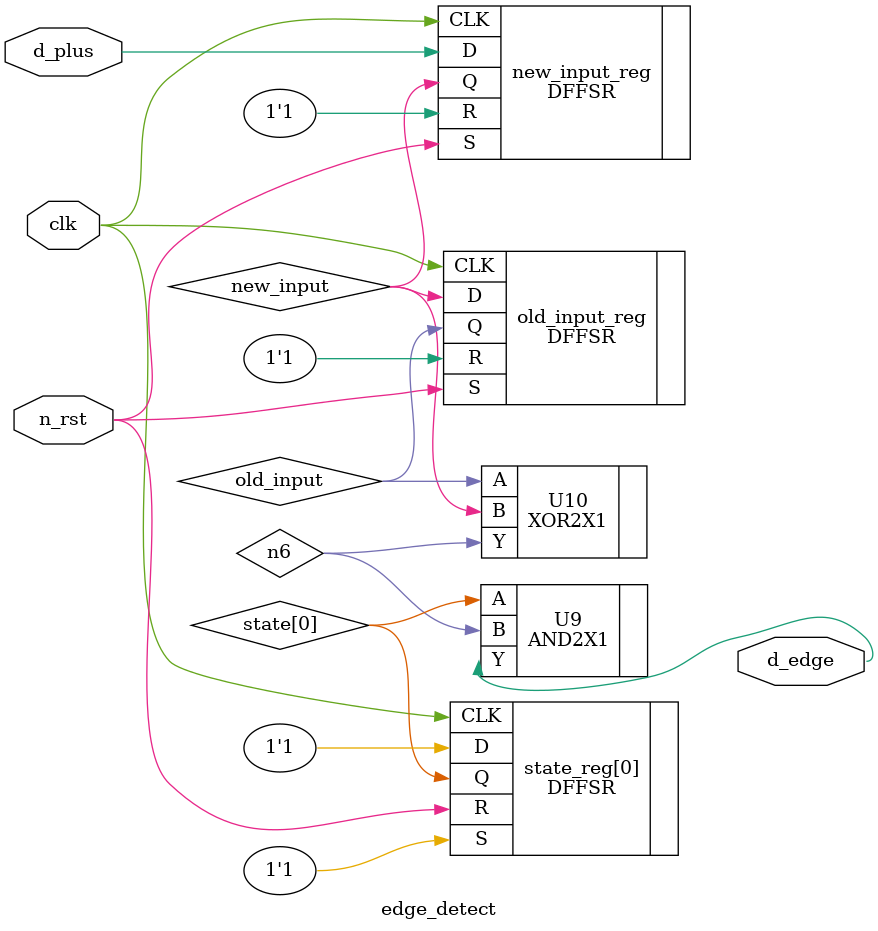
<source format=v>


module edge_detect ( clk, n_rst, d_plus, d_edge );
  input clk, n_rst, d_plus;
  output d_edge;
  wire   new_input, old_input, \state[0] , n6;

  DFFSR \state_reg[0]  ( .D(1'b1), .CLK(clk), .R(n_rst), .S(1'b1), .Q(
        \state[0] ) );
  DFFSR new_input_reg ( .D(d_plus), .CLK(clk), .R(1'b1), .S(n_rst), .Q(
        new_input) );
  DFFSR old_input_reg ( .D(new_input), .CLK(clk), .R(1'b1), .S(n_rst), .Q(
        old_input) );
  AND2X1 U9 ( .A(\state[0] ), .B(n6), .Y(d_edge) );
  XOR2X1 U10 ( .A(old_input), .B(new_input), .Y(n6) );
endmodule


</source>
